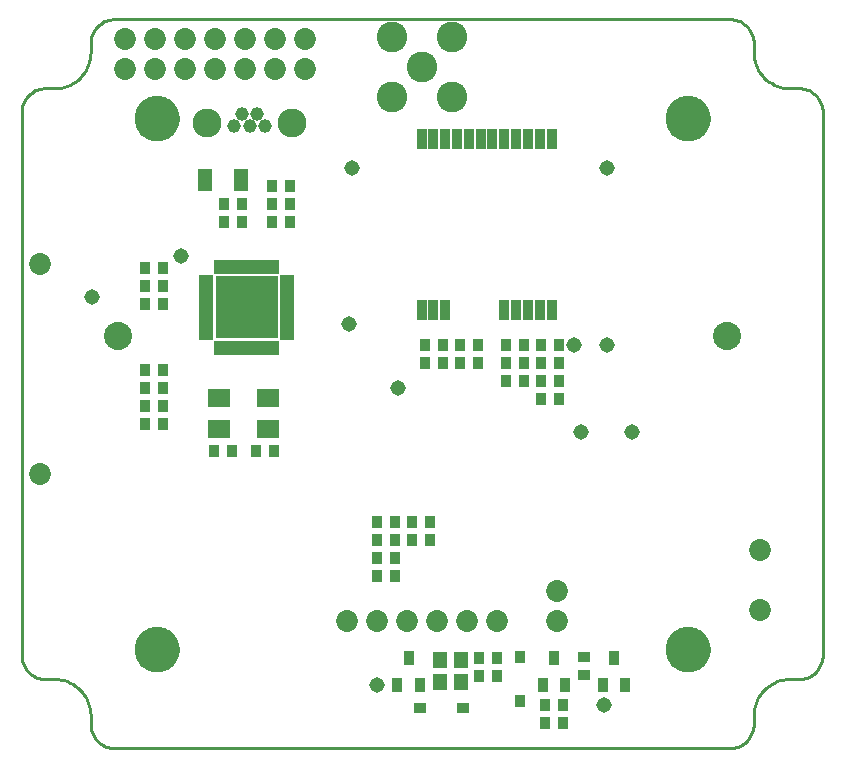
<source format=gbr>
G04 EAGLE Gerber RS-274X export*
G75*
%MOMM*%
%FSLAX34Y34*%
%LPD*%
%INSoldermask Top*%
%IPPOS*%
%AMOC8*
5,1,8,0,0,1.08239X$1,22.5*%
G01*
%ADD10C,3.759200*%
%ADD11C,2.603200*%
%ADD12R,0.965200X1.092200*%
%ADD13R,1.219200X1.473200*%
%ADD14C,1.853200*%
%ADD15C,1.161200*%
%ADD16C,2.453200*%
%ADD17R,1.092200X0.965200*%
%ADD18R,0.838200X1.219200*%
%ADD19R,1.854200X1.600200*%
%ADD20R,1.219200X0.508000*%
%ADD21R,0.508000X1.219200*%
%ADD22R,5.283200X5.283200*%
%ADD23C,2.387600*%
%ADD24R,1.219200X1.981200*%
%ADD25R,0.903200X1.727200*%
%ADD26C,1.309600*%
%ADD27C,0.254000*%


D10*
X114300Y533400D03*
X563880Y533400D03*
X563880Y83820D03*
X114300Y83820D03*
D11*
X339090Y576580D03*
X364490Y601980D03*
X364490Y551180D03*
X313690Y551180D03*
X313690Y601980D03*
D12*
X104140Y320040D03*
X119380Y320040D03*
X439420Y326390D03*
X454660Y326390D03*
X410210Y326390D03*
X425450Y326390D03*
X227330Y476250D03*
X212090Y476250D03*
D13*
X372110Y74930D03*
X354330Y74930D03*
X372110Y55880D03*
X354330Y55880D03*
D12*
X387350Y76200D03*
X402590Y76200D03*
X387350Y60960D03*
X402590Y60960D03*
X104140Y304800D03*
X119380Y304800D03*
X162560Y251460D03*
X177800Y251460D03*
X213360Y251460D03*
X198120Y251460D03*
X186690Y445770D03*
X171450Y445770D03*
X104140Y375920D03*
X119380Y375920D03*
X119380Y274320D03*
X104140Y274320D03*
X439420Y341630D03*
X454660Y341630D03*
D14*
X113030Y600710D03*
X87630Y575310D03*
X87630Y600710D03*
X138430Y575310D03*
X138430Y600710D03*
X113030Y575310D03*
D15*
X193040Y527050D03*
X180040Y527050D03*
X186540Y537050D03*
X199540Y537050D03*
X206040Y527050D03*
D16*
X157290Y529250D03*
X228790Y529250D03*
D17*
X374015Y34290D03*
X337185Y34290D03*
D18*
X492150Y53340D03*
X511150Y53340D03*
X501650Y76200D03*
D12*
X425450Y341630D03*
X410210Y341630D03*
X425450Y311150D03*
X410210Y311150D03*
X227330Y461010D03*
X212090Y461010D03*
X186690Y461010D03*
X171450Y461010D03*
X119380Y289560D03*
X104140Y289560D03*
X341630Y341630D03*
X356870Y341630D03*
X370840Y341630D03*
X386080Y341630D03*
X341630Y326390D03*
X356870Y326390D03*
X370840Y326390D03*
X386080Y326390D03*
D19*
X167005Y269875D03*
X208915Y269875D03*
X208915Y296545D03*
X167005Y296545D03*
D20*
X156210Y398380D03*
X156210Y393380D03*
X156210Y388380D03*
X156210Y383380D03*
X156210Y378380D03*
X156210Y373380D03*
X156210Y368380D03*
X156210Y363380D03*
X156210Y358380D03*
X156210Y353380D03*
X156210Y348380D03*
D21*
X165500Y339090D03*
X170500Y339090D03*
X175500Y339090D03*
X180500Y339090D03*
X185500Y339090D03*
X190500Y339090D03*
X195500Y339090D03*
X200500Y339090D03*
X205500Y339090D03*
X210500Y339090D03*
X215500Y339090D03*
D20*
X224790Y348380D03*
X224790Y353380D03*
X224790Y358380D03*
X224790Y363380D03*
X224790Y368380D03*
X224790Y373380D03*
X224790Y378380D03*
X224790Y383380D03*
X224790Y388380D03*
X224790Y393380D03*
X224790Y398380D03*
D21*
X215500Y407670D03*
X210500Y407670D03*
X205500Y407670D03*
X200500Y407670D03*
X195500Y407670D03*
X190500Y407670D03*
X185500Y407670D03*
X180500Y407670D03*
X175500Y407670D03*
X170500Y407670D03*
X165500Y407670D03*
D22*
X190500Y373380D03*
D23*
X596900Y349250D03*
X81280Y349250D03*
D24*
X185420Y481330D03*
X154940Y481330D03*
D14*
X453390Y107950D03*
X453390Y133350D03*
X15240Y232410D03*
X15240Y410210D03*
X402590Y107950D03*
X377190Y107950D03*
X351790Y107950D03*
X326390Y107950D03*
X300990Y107950D03*
X275590Y107950D03*
D12*
X330200Y191770D03*
X345440Y191770D03*
X330200Y176530D03*
X345440Y176530D03*
X316230Y161290D03*
X300990Y161290D03*
X316230Y191770D03*
X300990Y191770D03*
X316230Y176530D03*
X300990Y176530D03*
X316230Y146050D03*
X300990Y146050D03*
D14*
X163830Y575310D03*
X240030Y600710D03*
X214630Y600710D03*
X240030Y575310D03*
X214630Y575310D03*
X189230Y575310D03*
X189230Y600710D03*
X163830Y600710D03*
D25*
X448660Y515620D03*
X438660Y515620D03*
X428660Y515620D03*
X418660Y515620D03*
X408660Y515620D03*
X398660Y515620D03*
X388660Y515620D03*
X378660Y515620D03*
X368660Y515620D03*
X358660Y515620D03*
X348660Y515620D03*
X338660Y515620D03*
X338660Y370840D03*
X348660Y370840D03*
X358660Y370840D03*
X408660Y370840D03*
X418660Y370840D03*
X428660Y370840D03*
X438660Y370840D03*
X448660Y370840D03*
D12*
X227330Y445770D03*
X212090Y445770D03*
D18*
X318160Y53340D03*
X337160Y53340D03*
X327660Y76200D03*
D12*
X104140Y406400D03*
X119380Y406400D03*
X104140Y391160D03*
X119380Y391160D03*
X439420Y311150D03*
X454660Y311150D03*
X439420Y295910D03*
X454660Y295910D03*
D14*
X624840Y116840D03*
X624840Y167640D03*
D12*
X458470Y21590D03*
X443230Y21590D03*
X458470Y36830D03*
X443230Y36830D03*
D18*
X441350Y53340D03*
X460350Y53340D03*
X450850Y76200D03*
D12*
X421640Y40005D03*
X421640Y76835D03*
D17*
X476250Y77470D03*
X476250Y62230D03*
D26*
X492760Y36830D03*
X300990Y53340D03*
X276860Y359410D03*
X318770Y304800D03*
X134620Y416560D03*
X59690Y382270D03*
X473710Y267970D03*
X516890Y267970D03*
X279400Y491490D03*
X495300Y491490D03*
X467360Y341630D03*
X495300Y341630D03*
D27*
X0Y78740D02*
X77Y76969D01*
X309Y75211D01*
X692Y73481D01*
X1225Y71790D01*
X1904Y70152D01*
X2722Y68580D01*
X3675Y67085D01*
X4754Y65679D01*
X5952Y64372D01*
X7259Y63174D01*
X8665Y62095D01*
X10160Y61142D01*
X11732Y60324D01*
X13370Y59645D01*
X15061Y59112D01*
X16791Y58729D01*
X18549Y58497D01*
X20320Y58420D01*
X27940Y58420D01*
X30597Y58304D01*
X33233Y57957D01*
X35829Y57381D01*
X38365Y56582D01*
X40821Y55564D01*
X43180Y54336D01*
X45423Y52908D01*
X47532Y51289D01*
X49493Y49493D01*
X51289Y47532D01*
X52908Y45423D01*
X54336Y43180D01*
X55564Y40821D01*
X56582Y38365D01*
X57381Y35829D01*
X57957Y33233D01*
X58304Y30597D01*
X58420Y27940D01*
X58420Y20320D01*
X58497Y18549D01*
X58729Y16791D01*
X59112Y15061D01*
X59645Y13370D01*
X60324Y11732D01*
X61142Y10160D01*
X62095Y8665D01*
X63174Y7259D01*
X64372Y5952D01*
X65679Y4754D01*
X67085Y3675D01*
X68580Y2722D01*
X70152Y1904D01*
X71790Y1225D01*
X73481Y692D01*
X75211Y309D01*
X76969Y77D01*
X78740Y0D01*
X599440Y0D01*
X601211Y77D01*
X602969Y309D01*
X604699Y692D01*
X606390Y1225D01*
X608028Y1904D01*
X609600Y2722D01*
X611095Y3675D01*
X612501Y4754D01*
X613808Y5952D01*
X615006Y7259D01*
X616085Y8665D01*
X617038Y10160D01*
X617856Y11732D01*
X618535Y13370D01*
X619068Y15061D01*
X619451Y16791D01*
X619683Y18549D01*
X619760Y20320D01*
X619760Y27940D01*
X619876Y30597D01*
X620223Y33233D01*
X620799Y35829D01*
X621598Y38365D01*
X622616Y40821D01*
X623844Y43180D01*
X625272Y45423D01*
X626891Y47532D01*
X628687Y49493D01*
X630648Y51289D01*
X632757Y52908D01*
X635000Y54336D01*
X637359Y55564D01*
X639815Y56582D01*
X642351Y57381D01*
X644947Y57957D01*
X647584Y58304D01*
X650240Y58420D01*
X657860Y58420D01*
X659631Y58497D01*
X661389Y58729D01*
X663119Y59112D01*
X664810Y59645D01*
X666448Y60324D01*
X668020Y61142D01*
X669515Y62095D01*
X670921Y63174D01*
X672228Y64372D01*
X673426Y65679D01*
X674505Y67085D01*
X675458Y68580D01*
X676276Y70152D01*
X676955Y71790D01*
X677488Y73481D01*
X677871Y75211D01*
X678103Y76969D01*
X678180Y78740D01*
X678180Y538480D01*
X678103Y540251D01*
X677871Y542009D01*
X677488Y543739D01*
X676955Y545430D01*
X676276Y547068D01*
X675458Y548640D01*
X674505Y550135D01*
X673426Y551541D01*
X672228Y552848D01*
X670921Y554046D01*
X669515Y555125D01*
X668020Y556078D01*
X666448Y556896D01*
X664810Y557575D01*
X663119Y558108D01*
X661389Y558491D01*
X659631Y558723D01*
X657860Y558800D01*
X650240Y558800D01*
X647584Y558916D01*
X644947Y559263D01*
X642351Y559839D01*
X639815Y560638D01*
X637359Y561656D01*
X635000Y562884D01*
X632757Y564312D01*
X630648Y565931D01*
X628687Y567727D01*
X626891Y569688D01*
X625272Y571797D01*
X623844Y574040D01*
X622616Y576399D01*
X621598Y578855D01*
X620799Y581391D01*
X620223Y583987D01*
X619876Y586624D01*
X619760Y589280D01*
X619760Y596900D01*
X619683Y598671D01*
X619451Y600429D01*
X619068Y602159D01*
X618535Y603850D01*
X617856Y605488D01*
X617038Y607060D01*
X616085Y608555D01*
X615006Y609961D01*
X613808Y611268D01*
X612501Y612466D01*
X611095Y613545D01*
X609600Y614498D01*
X608028Y615316D01*
X606390Y615995D01*
X604699Y616528D01*
X602969Y616911D01*
X601211Y617143D01*
X599440Y617220D01*
X78740Y617220D01*
X76969Y617143D01*
X75211Y616911D01*
X73481Y616528D01*
X71790Y615995D01*
X70152Y615316D01*
X68580Y614498D01*
X67085Y613545D01*
X65679Y612466D01*
X64372Y611268D01*
X63174Y609961D01*
X62095Y608555D01*
X61142Y607060D01*
X60324Y605488D01*
X59645Y603850D01*
X59112Y602159D01*
X58729Y600429D01*
X58497Y598671D01*
X58420Y596900D01*
X58420Y589280D01*
X58304Y586624D01*
X57957Y583987D01*
X57381Y581391D01*
X56582Y578855D01*
X55564Y576399D01*
X54336Y574040D01*
X52908Y571797D01*
X51289Y569688D01*
X49493Y567727D01*
X47532Y565931D01*
X45423Y564312D01*
X43180Y562884D01*
X40821Y561656D01*
X38365Y560638D01*
X35829Y559839D01*
X33233Y559263D01*
X30597Y558916D01*
X27940Y558800D01*
X20320Y558800D01*
X18549Y558723D01*
X16791Y558491D01*
X15061Y558108D01*
X13370Y557575D01*
X11732Y556896D01*
X10160Y556078D01*
X8665Y555125D01*
X7259Y554046D01*
X5952Y552848D01*
X4754Y551541D01*
X3675Y550135D01*
X2722Y548640D01*
X1904Y547068D01*
X1225Y545430D01*
X692Y543739D01*
X309Y542009D01*
X77Y540251D01*
X0Y538480D01*
X0Y78740D01*
X132080Y532818D02*
X132004Y531656D01*
X131852Y530502D01*
X131625Y529360D01*
X131324Y528236D01*
X130949Y527134D01*
X130504Y526058D01*
X129989Y525014D01*
X129407Y524006D01*
X128760Y523038D01*
X128052Y522114D01*
X127284Y521239D01*
X126461Y520416D01*
X125586Y519649D01*
X124662Y518940D01*
X123694Y518293D01*
X122686Y517711D01*
X121642Y517196D01*
X120566Y516751D01*
X119464Y516377D01*
X118340Y516075D01*
X117198Y515848D01*
X116044Y515696D01*
X114882Y515620D01*
X113718Y515620D01*
X112556Y515696D01*
X111402Y515848D01*
X110260Y516075D01*
X109136Y516377D01*
X108034Y516751D01*
X106958Y517196D01*
X105914Y517711D01*
X104906Y518293D01*
X103938Y518940D01*
X103014Y519649D01*
X102139Y520416D01*
X101316Y521239D01*
X100549Y522114D01*
X99840Y523038D01*
X99193Y524006D01*
X98611Y525014D01*
X98096Y526058D01*
X97651Y527134D01*
X97277Y528236D01*
X96975Y529360D01*
X96748Y530502D01*
X96596Y531656D01*
X96520Y532818D01*
X96520Y533982D01*
X96596Y535144D01*
X96748Y536298D01*
X96975Y537440D01*
X97277Y538564D01*
X97651Y539666D01*
X98096Y540742D01*
X98611Y541786D01*
X99193Y542794D01*
X99840Y543762D01*
X100549Y544686D01*
X101316Y545561D01*
X102139Y546384D01*
X103014Y547152D01*
X103938Y547860D01*
X104906Y548507D01*
X105914Y549089D01*
X106958Y549604D01*
X108034Y550049D01*
X109136Y550424D01*
X110260Y550725D01*
X111402Y550952D01*
X112556Y551104D01*
X113718Y551180D01*
X114882Y551180D01*
X116044Y551104D01*
X117198Y550952D01*
X118340Y550725D01*
X119464Y550424D01*
X120566Y550049D01*
X121642Y549604D01*
X122686Y549089D01*
X123694Y548507D01*
X124662Y547860D01*
X125586Y547152D01*
X126461Y546384D01*
X127284Y545561D01*
X128052Y544686D01*
X128760Y543762D01*
X129407Y542794D01*
X129989Y541786D01*
X130504Y540742D01*
X130949Y539666D01*
X131324Y538564D01*
X131625Y537440D01*
X131852Y536298D01*
X132004Y535144D01*
X132080Y533982D01*
X132080Y532818D01*
X581660Y532818D02*
X581584Y531656D01*
X581432Y530502D01*
X581205Y529360D01*
X580904Y528236D01*
X580529Y527134D01*
X580084Y526058D01*
X579569Y525014D01*
X578987Y524006D01*
X578340Y523038D01*
X577632Y522114D01*
X576864Y521239D01*
X576041Y520416D01*
X575166Y519649D01*
X574242Y518940D01*
X573274Y518293D01*
X572266Y517711D01*
X571222Y517196D01*
X570146Y516751D01*
X569044Y516377D01*
X567920Y516075D01*
X566778Y515848D01*
X565624Y515696D01*
X564462Y515620D01*
X563298Y515620D01*
X562136Y515696D01*
X560982Y515848D01*
X559840Y516075D01*
X558716Y516377D01*
X557614Y516751D01*
X556538Y517196D01*
X555494Y517711D01*
X554486Y518293D01*
X553518Y518940D01*
X552594Y519649D01*
X551719Y520416D01*
X550896Y521239D01*
X550129Y522114D01*
X549420Y523038D01*
X548773Y524006D01*
X548191Y525014D01*
X547676Y526058D01*
X547231Y527134D01*
X546857Y528236D01*
X546555Y529360D01*
X546328Y530502D01*
X546176Y531656D01*
X546100Y532818D01*
X546100Y533982D01*
X546176Y535144D01*
X546328Y536298D01*
X546555Y537440D01*
X546857Y538564D01*
X547231Y539666D01*
X547676Y540742D01*
X548191Y541786D01*
X548773Y542794D01*
X549420Y543762D01*
X550129Y544686D01*
X550896Y545561D01*
X551719Y546384D01*
X552594Y547152D01*
X553518Y547860D01*
X554486Y548507D01*
X555494Y549089D01*
X556538Y549604D01*
X557614Y550049D01*
X558716Y550424D01*
X559840Y550725D01*
X560982Y550952D01*
X562136Y551104D01*
X563298Y551180D01*
X564462Y551180D01*
X565624Y551104D01*
X566778Y550952D01*
X567920Y550725D01*
X569044Y550424D01*
X570146Y550049D01*
X571222Y549604D01*
X572266Y549089D01*
X573274Y548507D01*
X574242Y547860D01*
X575166Y547152D01*
X576041Y546384D01*
X576864Y545561D01*
X577632Y544686D01*
X578340Y543762D01*
X578987Y542794D01*
X579569Y541786D01*
X580084Y540742D01*
X580529Y539666D01*
X580904Y538564D01*
X581205Y537440D01*
X581432Y536298D01*
X581584Y535144D01*
X581660Y533982D01*
X581660Y532818D01*
X581660Y83238D02*
X581584Y82076D01*
X581432Y80922D01*
X581205Y79780D01*
X580904Y78656D01*
X580529Y77554D01*
X580084Y76478D01*
X579569Y75434D01*
X578987Y74426D01*
X578340Y73458D01*
X577632Y72534D01*
X576864Y71659D01*
X576041Y70836D01*
X575166Y70069D01*
X574242Y69360D01*
X573274Y68713D01*
X572266Y68131D01*
X571222Y67616D01*
X570146Y67171D01*
X569044Y66797D01*
X567920Y66495D01*
X566778Y66268D01*
X565624Y66116D01*
X564462Y66040D01*
X563298Y66040D01*
X562136Y66116D01*
X560982Y66268D01*
X559840Y66495D01*
X558716Y66797D01*
X557614Y67171D01*
X556538Y67616D01*
X555494Y68131D01*
X554486Y68713D01*
X553518Y69360D01*
X552594Y70069D01*
X551719Y70836D01*
X550896Y71659D01*
X550129Y72534D01*
X549420Y73458D01*
X548773Y74426D01*
X548191Y75434D01*
X547676Y76478D01*
X547231Y77554D01*
X546857Y78656D01*
X546555Y79780D01*
X546328Y80922D01*
X546176Y82076D01*
X546100Y83238D01*
X546100Y84402D01*
X546176Y85564D01*
X546328Y86718D01*
X546555Y87860D01*
X546857Y88984D01*
X547231Y90086D01*
X547676Y91162D01*
X548191Y92206D01*
X548773Y93214D01*
X549420Y94182D01*
X550129Y95106D01*
X550896Y95981D01*
X551719Y96804D01*
X552594Y97572D01*
X553518Y98280D01*
X554486Y98927D01*
X555494Y99509D01*
X556538Y100024D01*
X557614Y100469D01*
X558716Y100844D01*
X559840Y101145D01*
X560982Y101372D01*
X562136Y101524D01*
X563298Y101600D01*
X564462Y101600D01*
X565624Y101524D01*
X566778Y101372D01*
X567920Y101145D01*
X569044Y100844D01*
X570146Y100469D01*
X571222Y100024D01*
X572266Y99509D01*
X573274Y98927D01*
X574242Y98280D01*
X575166Y97572D01*
X576041Y96804D01*
X576864Y95981D01*
X577632Y95106D01*
X578340Y94182D01*
X578987Y93214D01*
X579569Y92206D01*
X580084Y91162D01*
X580529Y90086D01*
X580904Y88984D01*
X581205Y87860D01*
X581432Y86718D01*
X581584Y85564D01*
X581660Y84402D01*
X581660Y83238D01*
X132080Y83238D02*
X132004Y82076D01*
X131852Y80922D01*
X131625Y79780D01*
X131324Y78656D01*
X130949Y77554D01*
X130504Y76478D01*
X129989Y75434D01*
X129407Y74426D01*
X128760Y73458D01*
X128052Y72534D01*
X127284Y71659D01*
X126461Y70836D01*
X125586Y70069D01*
X124662Y69360D01*
X123694Y68713D01*
X122686Y68131D01*
X121642Y67616D01*
X120566Y67171D01*
X119464Y66797D01*
X118340Y66495D01*
X117198Y66268D01*
X116044Y66116D01*
X114882Y66040D01*
X113718Y66040D01*
X112556Y66116D01*
X111402Y66268D01*
X110260Y66495D01*
X109136Y66797D01*
X108034Y67171D01*
X106958Y67616D01*
X105914Y68131D01*
X104906Y68713D01*
X103938Y69360D01*
X103014Y70069D01*
X102139Y70836D01*
X101316Y71659D01*
X100549Y72534D01*
X99840Y73458D01*
X99193Y74426D01*
X98611Y75434D01*
X98096Y76478D01*
X97651Y77554D01*
X97277Y78656D01*
X96975Y79780D01*
X96748Y80922D01*
X96596Y82076D01*
X96520Y83238D01*
X96520Y84402D01*
X96596Y85564D01*
X96748Y86718D01*
X96975Y87860D01*
X97277Y88984D01*
X97651Y90086D01*
X98096Y91162D01*
X98611Y92206D01*
X99193Y93214D01*
X99840Y94182D01*
X100549Y95106D01*
X101316Y95981D01*
X102139Y96804D01*
X103014Y97572D01*
X103938Y98280D01*
X104906Y98927D01*
X105914Y99509D01*
X106958Y100024D01*
X108034Y100469D01*
X109136Y100844D01*
X110260Y101145D01*
X111402Y101372D01*
X112556Y101524D01*
X113718Y101600D01*
X114882Y101600D01*
X116044Y101524D01*
X117198Y101372D01*
X118340Y101145D01*
X119464Y100844D01*
X120566Y100469D01*
X121642Y100024D01*
X122686Y99509D01*
X123694Y98927D01*
X124662Y98280D01*
X125586Y97572D01*
X126461Y96804D01*
X127284Y95981D01*
X128052Y95106D01*
X128760Y94182D01*
X129407Y93214D01*
X129989Y92206D01*
X130504Y91162D01*
X130949Y90086D01*
X131324Y88984D01*
X131625Y87860D01*
X131852Y86718D01*
X132004Y85564D01*
X132080Y84402D01*
X132080Y83238D01*
M02*

</source>
